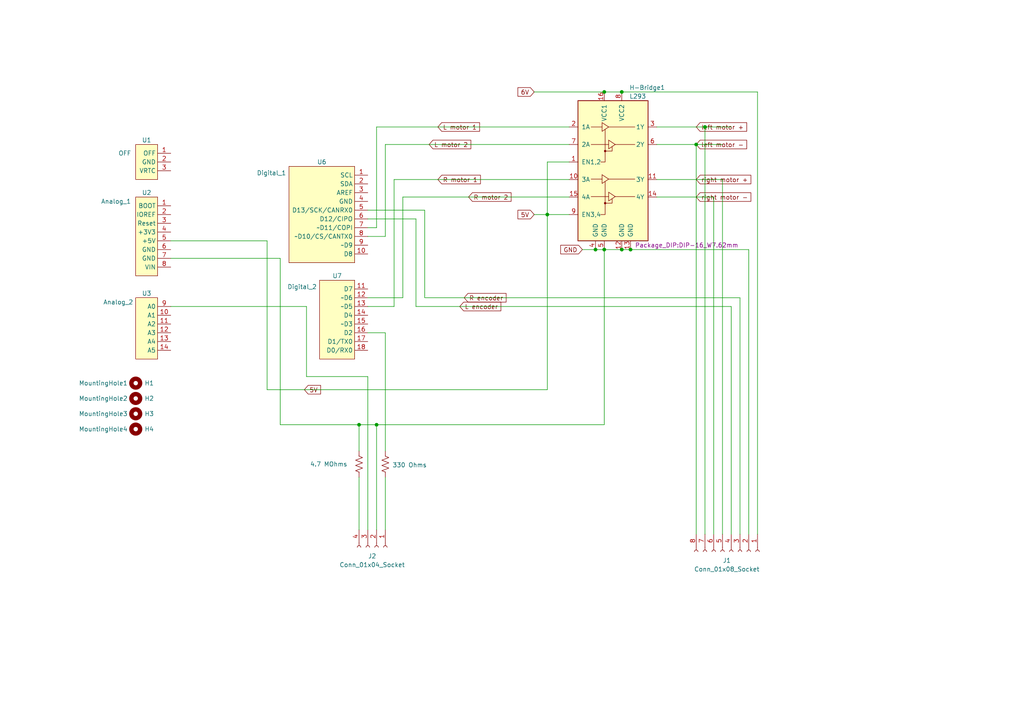
<source format=kicad_sch>
(kicad_sch
	(version 20231120)
	(generator "eeschema")
	(generator_version "8.0")
	(uuid "4deaa014-311e-404e-963e-ca894f6a7656")
	(paper "A4")
	(title_block
		(title "Arduino UNO R4 Shield Template SCH")
		(date "2023-07-13")
		(rev "1.0")
		(company "MStackoverflow")
	)
	(lib_symbols
		(symbol "Connector:Conn_01x04_Socket"
			(pin_names
				(offset 1.016) hide)
			(exclude_from_sim no)
			(in_bom yes)
			(on_board yes)
			(property "Reference" "J"
				(at 0 5.08 0)
				(effects
					(font
						(size 1.27 1.27)
					)
				)
			)
			(property "Value" "Conn_01x04_Socket"
				(at 0 -7.62 0)
				(effects
					(font
						(size 1.27 1.27)
					)
				)
			)
			(property "Footprint" ""
				(at 0 0 0)
				(effects
					(font
						(size 1.27 1.27)
					)
					(hide yes)
				)
			)
			(property "Datasheet" "~"
				(at 0 0 0)
				(effects
					(font
						(size 1.27 1.27)
					)
					(hide yes)
				)
			)
			(property "Description" "Generic connector, single row, 01x04, script generated"
				(at 0 0 0)
				(effects
					(font
						(size 1.27 1.27)
					)
					(hide yes)
				)
			)
			(property "ki_locked" ""
				(at 0 0 0)
				(effects
					(font
						(size 1.27 1.27)
					)
				)
			)
			(property "ki_keywords" "connector"
				(at 0 0 0)
				(effects
					(font
						(size 1.27 1.27)
					)
					(hide yes)
				)
			)
			(property "ki_fp_filters" "Connector*:*_1x??_*"
				(at 0 0 0)
				(effects
					(font
						(size 1.27 1.27)
					)
					(hide yes)
				)
			)
			(symbol "Conn_01x04_Socket_1_1"
				(arc
					(start 0 -4.572)
					(mid -0.5058 -5.08)
					(end 0 -5.588)
					(stroke
						(width 0.1524)
						(type default)
					)
					(fill
						(type none)
					)
				)
				(arc
					(start 0 -2.032)
					(mid -0.5058 -2.54)
					(end 0 -3.048)
					(stroke
						(width 0.1524)
						(type default)
					)
					(fill
						(type none)
					)
				)
				(polyline
					(pts
						(xy -1.27 -5.08) (xy -0.508 -5.08)
					)
					(stroke
						(width 0.1524)
						(type default)
					)
					(fill
						(type none)
					)
				)
				(polyline
					(pts
						(xy -1.27 -2.54) (xy -0.508 -2.54)
					)
					(stroke
						(width 0.1524)
						(type default)
					)
					(fill
						(type none)
					)
				)
				(polyline
					(pts
						(xy -1.27 0) (xy -0.508 0)
					)
					(stroke
						(width 0.1524)
						(type default)
					)
					(fill
						(type none)
					)
				)
				(polyline
					(pts
						(xy -1.27 2.54) (xy -0.508 2.54)
					)
					(stroke
						(width 0.1524)
						(type default)
					)
					(fill
						(type none)
					)
				)
				(arc
					(start 0 0.508)
					(mid -0.5058 0)
					(end 0 -0.508)
					(stroke
						(width 0.1524)
						(type default)
					)
					(fill
						(type none)
					)
				)
				(arc
					(start 0 3.048)
					(mid -0.5058 2.54)
					(end 0 2.032)
					(stroke
						(width 0.1524)
						(type default)
					)
					(fill
						(type none)
					)
				)
				(pin passive line
					(at -5.08 2.54 0)
					(length 3.81)
					(name "Pin_1"
						(effects
							(font
								(size 1.27 1.27)
							)
						)
					)
					(number "1"
						(effects
							(font
								(size 1.27 1.27)
							)
						)
					)
				)
				(pin passive line
					(at -5.08 0 0)
					(length 3.81)
					(name "Pin_2"
						(effects
							(font
								(size 1.27 1.27)
							)
						)
					)
					(number "2"
						(effects
							(font
								(size 1.27 1.27)
							)
						)
					)
				)
				(pin passive line
					(at -5.08 -2.54 0)
					(length 3.81)
					(name "Pin_3"
						(effects
							(font
								(size 1.27 1.27)
							)
						)
					)
					(number "3"
						(effects
							(font
								(size 1.27 1.27)
							)
						)
					)
				)
				(pin passive line
					(at -5.08 -5.08 0)
					(length 3.81)
					(name "Pin_4"
						(effects
							(font
								(size 1.27 1.27)
							)
						)
					)
					(number "4"
						(effects
							(font
								(size 1.27 1.27)
							)
						)
					)
				)
			)
		)
		(symbol "Connector:Conn_01x08_Socket"
			(pin_names
				(offset 1.016) hide)
			(exclude_from_sim no)
			(in_bom yes)
			(on_board yes)
			(property "Reference" "J"
				(at 0 10.16 0)
				(effects
					(font
						(size 1.27 1.27)
					)
				)
			)
			(property "Value" "Conn_01x08_Socket"
				(at 0 -12.7 0)
				(effects
					(font
						(size 1.27 1.27)
					)
				)
			)
			(property "Footprint" ""
				(at 0 0 0)
				(effects
					(font
						(size 1.27 1.27)
					)
					(hide yes)
				)
			)
			(property "Datasheet" "~"
				(at 0 0 0)
				(effects
					(font
						(size 1.27 1.27)
					)
					(hide yes)
				)
			)
			(property "Description" "Generic connector, single row, 01x08, script generated"
				(at 0 0 0)
				(effects
					(font
						(size 1.27 1.27)
					)
					(hide yes)
				)
			)
			(property "ki_locked" ""
				(at 0 0 0)
				(effects
					(font
						(size 1.27 1.27)
					)
				)
			)
			(property "ki_keywords" "connector"
				(at 0 0 0)
				(effects
					(font
						(size 1.27 1.27)
					)
					(hide yes)
				)
			)
			(property "ki_fp_filters" "Connector*:*_1x??_*"
				(at 0 0 0)
				(effects
					(font
						(size 1.27 1.27)
					)
					(hide yes)
				)
			)
			(symbol "Conn_01x08_Socket_1_1"
				(arc
					(start 0 -9.652)
					(mid -0.5058 -10.16)
					(end 0 -10.668)
					(stroke
						(width 0.1524)
						(type default)
					)
					(fill
						(type none)
					)
				)
				(arc
					(start 0 -7.112)
					(mid -0.5058 -7.62)
					(end 0 -8.128)
					(stroke
						(width 0.1524)
						(type default)
					)
					(fill
						(type none)
					)
				)
				(arc
					(start 0 -4.572)
					(mid -0.5058 -5.08)
					(end 0 -5.588)
					(stroke
						(width 0.1524)
						(type default)
					)
					(fill
						(type none)
					)
				)
				(arc
					(start 0 -2.032)
					(mid -0.5058 -2.54)
					(end 0 -3.048)
					(stroke
						(width 0.1524)
						(type default)
					)
					(fill
						(type none)
					)
				)
				(polyline
					(pts
						(xy -1.27 -10.16) (xy -0.508 -10.16)
					)
					(stroke
						(width 0.1524)
						(type default)
					)
					(fill
						(type none)
					)
				)
				(polyline
					(pts
						(xy -1.27 -7.62) (xy -0.508 -7.62)
					)
					(stroke
						(width 0.1524)
						(type default)
					)
					(fill
						(type none)
					)
				)
				(polyline
					(pts
						(xy -1.27 -5.08) (xy -0.508 -5.08)
					)
					(stroke
						(width 0.1524)
						(type default)
					)
					(fill
						(type none)
					)
				)
				(polyline
					(pts
						(xy -1.27 -2.54) (xy -0.508 -2.54)
					)
					(stroke
						(width 0.1524)
						(type default)
					)
					(fill
						(type none)
					)
				)
				(polyline
					(pts
						(xy -1.27 0) (xy -0.508 0)
					)
					(stroke
						(width 0.1524)
						(type default)
					)
					(fill
						(type none)
					)
				)
				(polyline
					(pts
						(xy -1.27 2.54) (xy -0.508 2.54)
					)
					(stroke
						(width 0.1524)
						(type default)
					)
					(fill
						(type none)
					)
				)
				(polyline
					(pts
						(xy -1.27 5.08) (xy -0.508 5.08)
					)
					(stroke
						(width 0.1524)
						(type default)
					)
					(fill
						(type none)
					)
				)
				(polyline
					(pts
						(xy -1.27 7.62) (xy -0.508 7.62)
					)
					(stroke
						(width 0.1524)
						(type default)
					)
					(fill
						(type none)
					)
				)
				(arc
					(start 0 0.508)
					(mid -0.5058 0)
					(end 0 -0.508)
					(stroke
						(width 0.1524)
						(type default)
					)
					(fill
						(type none)
					)
				)
				(arc
					(start 0 3.048)
					(mid -0.5058 2.54)
					(end 0 2.032)
					(stroke
						(width 0.1524)
						(type default)
					)
					(fill
						(type none)
					)
				)
				(arc
					(start 0 5.588)
					(mid -0.5058 5.08)
					(end 0 4.572)
					(stroke
						(width 0.1524)
						(type default)
					)
					(fill
						(type none)
					)
				)
				(arc
					(start 0 8.128)
					(mid -0.5058 7.62)
					(end 0 7.112)
					(stroke
						(width 0.1524)
						(type default)
					)
					(fill
						(type none)
					)
				)
				(pin passive line
					(at -5.08 7.62 0)
					(length 3.81)
					(name "Pin_1"
						(effects
							(font
								(size 1.27 1.27)
							)
						)
					)
					(number "1"
						(effects
							(font
								(size 1.27 1.27)
							)
						)
					)
				)
				(pin passive line
					(at -5.08 5.08 0)
					(length 3.81)
					(name "Pin_2"
						(effects
							(font
								(size 1.27 1.27)
							)
						)
					)
					(number "2"
						(effects
							(font
								(size 1.27 1.27)
							)
						)
					)
				)
				(pin passive line
					(at -5.08 2.54 0)
					(length 3.81)
					(name "Pin_3"
						(effects
							(font
								(size 1.27 1.27)
							)
						)
					)
					(number "3"
						(effects
							(font
								(size 1.27 1.27)
							)
						)
					)
				)
				(pin passive line
					(at -5.08 0 0)
					(length 3.81)
					(name "Pin_4"
						(effects
							(font
								(size 1.27 1.27)
							)
						)
					)
					(number "4"
						(effects
							(font
								(size 1.27 1.27)
							)
						)
					)
				)
				(pin passive line
					(at -5.08 -2.54 0)
					(length 3.81)
					(name "Pin_5"
						(effects
							(font
								(size 1.27 1.27)
							)
						)
					)
					(number "5"
						(effects
							(font
								(size 1.27 1.27)
							)
						)
					)
				)
				(pin passive line
					(at -5.08 -5.08 0)
					(length 3.81)
					(name "Pin_6"
						(effects
							(font
								(size 1.27 1.27)
							)
						)
					)
					(number "6"
						(effects
							(font
								(size 1.27 1.27)
							)
						)
					)
				)
				(pin passive line
					(at -5.08 -7.62 0)
					(length 3.81)
					(name "Pin_7"
						(effects
							(font
								(size 1.27 1.27)
							)
						)
					)
					(number "7"
						(effects
							(font
								(size 1.27 1.27)
							)
						)
					)
				)
				(pin passive line
					(at -5.08 -10.16 0)
					(length 3.81)
					(name "Pin_8"
						(effects
							(font
								(size 1.27 1.27)
							)
						)
					)
					(number "8"
						(effects
							(font
								(size 1.27 1.27)
							)
						)
					)
				)
			)
		)
		(symbol "Connector_Arduino:Arduino_Header_Analog_1"
			(exclude_from_sim no)
			(in_bom yes)
			(on_board yes)
			(property "Reference" "U"
				(at -5.08 6.35 0)
				(effects
					(font
						(size 1.27 1.27)
					)
				)
			)
			(property "Value" "Arduino_Header_Analog_1"
				(at -2.54 8.89 0)
				(effects
					(font
						(size 1.27 1.27)
					)
				)
			)
			(property "Footprint" "ArduinoPinSockets:Arduino_PinSocket_1x08_P2.54mm_Vertical"
				(at 0 12.7 0)
				(effects
					(font
						(size 1.27 1.27)
					)
					(hide yes)
				)
			)
			(property "Datasheet" ""
				(at 0 0 0)
				(effects
					(font
						(size 1.27 1.27)
					)
					(hide yes)
				)
			)
			(property "Description" ""
				(at 0 0 0)
				(effects
					(font
						(size 1.27 1.27)
					)
					(hide yes)
				)
			)
			(symbol "Arduino_Header_Analog_1_0_1"
				(rectangle
					(start -6.35 5.08)
					(end 0 -17.78)
					(stroke
						(width 0)
						(type default)
					)
					(fill
						(type background)
					)
				)
			)
			(symbol "Arduino_Header_Analog_1_1_1"
				(pin input line
					(at 3.81 2.54 180)
					(length 3.81)
					(name "BOOT"
						(effects
							(font
								(size 1.27 1.27)
							)
						)
					)
					(number "1"
						(effects
							(font
								(size 1.27 1.27)
							)
						)
					)
				)
				(pin power_out line
					(at 3.81 0 180)
					(length 3.81)
					(name "IOREF"
						(effects
							(font
								(size 1.27 1.27)
							)
						)
					)
					(number "2"
						(effects
							(font
								(size 1.27 1.27)
							)
						)
					)
				)
				(pin input line
					(at 3.81 -2.54 180)
					(length 3.81)
					(name "Reset"
						(effects
							(font
								(size 1.27 1.27)
							)
						)
					)
					(number "3"
						(effects
							(font
								(size 1.27 1.27)
							)
						)
					)
				)
				(pin power_out line
					(at 3.81 -5.08 180)
					(length 3.81)
					(name "+3V3"
						(effects
							(font
								(size 1.27 1.27)
							)
						)
					)
					(number "4"
						(effects
							(font
								(size 1.27 1.27)
							)
						)
					)
				)
				(pin power_out line
					(at 3.81 -7.62 180)
					(length 3.81)
					(name "+5V"
						(effects
							(font
								(size 1.27 1.27)
							)
						)
					)
					(number "5"
						(effects
							(font
								(size 1.27 1.27)
							)
						)
					)
				)
				(pin power_out line
					(at 3.81 -10.16 180)
					(length 3.81)
					(name "GND"
						(effects
							(font
								(size 1.27 1.27)
							)
						)
					)
					(number "6"
						(effects
							(font
								(size 1.27 1.27)
							)
						)
					)
				)
				(pin power_out line
					(at 3.81 -12.7 180)
					(length 3.81)
					(name "GND"
						(effects
							(font
								(size 1.27 1.27)
							)
						)
					)
					(number "7"
						(effects
							(font
								(size 1.27 1.27)
							)
						)
					)
				)
				(pin power_out line
					(at 3.81 -15.24 180)
					(length 3.81)
					(name "VIN"
						(effects
							(font
								(size 1.27 1.27)
							)
						)
					)
					(number "8"
						(effects
							(font
								(size 1.27 1.27)
							)
						)
					)
				)
			)
		)
		(symbol "Connector_Arduino:Arduino_Header_Analog_2"
			(exclude_from_sim no)
			(in_bom yes)
			(on_board yes)
			(property "Reference" "U"
				(at -5.08 6.35 0)
				(effects
					(font
						(size 1.27 1.27)
					)
				)
			)
			(property "Value" "Arduino_Header_Analog_2"
				(at -2.54 8.89 0)
				(effects
					(font
						(size 1.27 1.27)
					)
				)
			)
			(property "Footprint" "ArduinoPinSockets:Arduino_PinSocket_1x06_P2.54mm_Vertical"
				(at 0 12.7 0)
				(effects
					(font
						(size 1.27 1.27)
					)
					(hide yes)
				)
			)
			(property "Datasheet" ""
				(at 0 0 0)
				(effects
					(font
						(size 1.27 1.27)
					)
					(hide yes)
				)
			)
			(property "Description" ""
				(at 0 0 0)
				(effects
					(font
						(size 1.27 1.27)
					)
					(hide yes)
				)
			)
			(symbol "Arduino_Header_Analog_2_0_1"
				(rectangle
					(start -6.35 5.08)
					(end 0 -12.7)
					(stroke
						(width 0)
						(type default)
					)
					(fill
						(type background)
					)
				)
			)
			(symbol "Arduino_Header_Analog_2_1_1"
				(pin bidirectional line
					(at 3.81 0 180)
					(length 3.81)
					(name "A1"
						(effects
							(font
								(size 1.27 1.27)
							)
						)
					)
					(number "10"
						(effects
							(font
								(size 1.27 1.27)
							)
						)
					)
				)
				(pin bidirectional line
					(at 3.81 -2.54 180)
					(length 3.81)
					(name "A2"
						(effects
							(font
								(size 1.27 1.27)
							)
						)
					)
					(number "11"
						(effects
							(font
								(size 1.27 1.27)
							)
						)
					)
				)
				(pin bidirectional line
					(at 3.81 -5.08 180)
					(length 3.81)
					(name "A3"
						(effects
							(font
								(size 1.27 1.27)
							)
						)
					)
					(number "12"
						(effects
							(font
								(size 1.27 1.27)
							)
						)
					)
				)
				(pin bidirectional line
					(at 3.81 -7.62 180)
					(length 3.81)
					(name "A4"
						(effects
							(font
								(size 1.27 1.27)
							)
						)
					)
					(number "13"
						(effects
							(font
								(size 1.27 1.27)
							)
						)
					)
				)
				(pin bidirectional line
					(at 3.81 -10.16 180)
					(length 3.81)
					(name "A5"
						(effects
							(font
								(size 1.27 1.27)
							)
						)
					)
					(number "14"
						(effects
							(font
								(size 1.27 1.27)
							)
						)
					)
				)
				(pin bidirectional line
					(at 3.81 2.54 180)
					(length 3.81)
					(name "A0"
						(effects
							(font
								(size 1.27 1.27)
							)
						)
					)
					(number "9"
						(effects
							(font
								(size 1.27 1.27)
							)
						)
					)
				)
			)
		)
		(symbol "Connector_Arduino:Arduino_Header_Digital_1"
			(exclude_from_sim no)
			(in_bom yes)
			(on_board yes)
			(property "Reference" "U"
				(at -5.08 6.35 0)
				(effects
					(font
						(size 1.27 1.27)
					)
				)
			)
			(property "Value" "Arduino_Header_Digital_1"
				(at -2.54 8.89 0)
				(effects
					(font
						(size 1.27 1.27)
					)
				)
			)
			(property "Footprint" "ArduinoPinSockets:Arduino_PinSocket_1x10_P2.54mm_Vertical"
				(at 0 12.7 0)
				(effects
					(font
						(size 1.27 1.27)
					)
					(hide yes)
				)
			)
			(property "Datasheet" ""
				(at 0 0 0)
				(effects
					(font
						(size 1.27 1.27)
					)
					(hide yes)
				)
			)
			(property "Description" ""
				(at 0 0 0)
				(effects
					(font
						(size 1.27 1.27)
					)
					(hide yes)
				)
			)
			(symbol "Arduino_Header_Digital_1_0_1"
				(rectangle
					(start -19.05 5.08)
					(end 0 -22.86)
					(stroke
						(width 0)
						(type default)
					)
					(fill
						(type background)
					)
				)
			)
			(symbol "Arduino_Header_Digital_1_1_1"
				(pin bidirectional line
					(at 3.81 2.54 180)
					(length 3.81)
					(name "SCL"
						(effects
							(font
								(size 1.27 1.27)
							)
						)
					)
					(number "1"
						(effects
							(font
								(size 1.27 1.27)
							)
						)
					)
				)
				(pin bidirectional line
					(at 3.81 -20.32 180)
					(length 3.81)
					(name "D8"
						(effects
							(font
								(size 1.27 1.27)
							)
						)
					)
					(number "10"
						(effects
							(font
								(size 1.27 1.27)
							)
						)
					)
				)
				(pin bidirectional line
					(at 3.81 0 180)
					(length 3.81)
					(name "SDA"
						(effects
							(font
								(size 1.27 1.27)
							)
						)
					)
					(number "2"
						(effects
							(font
								(size 1.27 1.27)
							)
						)
					)
				)
				(pin output line
					(at 3.81 -2.54 180)
					(length 3.81)
					(name "AREF"
						(effects
							(font
								(size 1.27 1.27)
							)
						)
					)
					(number "3"
						(effects
							(font
								(size 1.27 1.27)
							)
						)
					)
				)
				(pin power_out line
					(at 3.81 -5.08 180)
					(length 3.81)
					(name "GND"
						(effects
							(font
								(size 1.27 1.27)
							)
						)
					)
					(number "4"
						(effects
							(font
								(size 1.27 1.27)
							)
						)
					)
				)
				(pin bidirectional line
					(at 3.81 -7.62 180)
					(length 3.81)
					(name "D13/SCK/CANRX0"
						(effects
							(font
								(size 1.27 1.27)
							)
						)
					)
					(number "5"
						(effects
							(font
								(size 1.27 1.27)
							)
						)
					)
				)
				(pin bidirectional line
					(at 3.81 -10.16 180)
					(length 3.81)
					(name "D12/CIPO"
						(effects
							(font
								(size 1.27 1.27)
							)
						)
					)
					(number "6"
						(effects
							(font
								(size 1.27 1.27)
							)
						)
					)
				)
				(pin bidirectional line
					(at 3.81 -12.7 180)
					(length 3.81)
					(name "~D11/COPI"
						(effects
							(font
								(size 1.27 1.27)
							)
						)
					)
					(number "7"
						(effects
							(font
								(size 1.27 1.27)
							)
						)
					)
				)
				(pin bidirectional line
					(at 3.81 -15.24 180)
					(length 3.81)
					(name "~D10/CS/CANTX0"
						(effects
							(font
								(size 1.27 1.27)
							)
						)
					)
					(number "8"
						(effects
							(font
								(size 1.27 1.27)
							)
						)
					)
				)
				(pin bidirectional line
					(at 3.81 -17.78 180)
					(length 3.81)
					(name "~D9"
						(effects
							(font
								(size 1.27 1.27)
							)
						)
					)
					(number "9"
						(effects
							(font
								(size 1.27 1.27)
							)
						)
					)
				)
			)
		)
		(symbol "Connector_Arduino:Arduino_Header_Digital_2"
			(exclude_from_sim no)
			(in_bom yes)
			(on_board yes)
			(property "Reference" "U"
				(at -5.08 6.35 0)
				(effects
					(font
						(size 1.27 1.27)
					)
				)
			)
			(property "Value" "Arduino_Header_Digital_2"
				(at -2.54 8.89 0)
				(effects
					(font
						(size 1.27 1.27)
					)
				)
			)
			(property "Footprint" "ArduinoPinSockets:Arduino_PinSocket_1x08_P2.54mm_Vertical"
				(at -1.27 12.7 0)
				(effects
					(font
						(size 1.27 1.27)
					)
					(hide yes)
				)
			)
			(property "Datasheet" ""
				(at 0 0 0)
				(effects
					(font
						(size 1.27 1.27)
					)
					(hide yes)
				)
			)
			(property "Description" ""
				(at 0 0 0)
				(effects
					(font
						(size 1.27 1.27)
					)
					(hide yes)
				)
			)
			(symbol "Arduino_Header_Digital_2_0_1"
				(rectangle
					(start -10.16 5.08)
					(end 0 -17.78)
					(stroke
						(width 0)
						(type default)
					)
					(fill
						(type background)
					)
				)
			)
			(symbol "Arduino_Header_Digital_2_1_1"
				(pin bidirectional line
					(at 3.81 2.54 180)
					(length 3.81)
					(name "D7"
						(effects
							(font
								(size 1.27 1.27)
							)
						)
					)
					(number "11"
						(effects
							(font
								(size 1.27 1.27)
							)
						)
					)
				)
				(pin bidirectional line
					(at 3.81 0 180)
					(length 3.81)
					(name "~D6"
						(effects
							(font
								(size 1.27 1.27)
							)
						)
					)
					(number "12"
						(effects
							(font
								(size 1.27 1.27)
							)
						)
					)
				)
				(pin bidirectional line
					(at 3.81 -2.54 180)
					(length 3.81)
					(name "~D5"
						(effects
							(font
								(size 1.27 1.27)
							)
						)
					)
					(number "13"
						(effects
							(font
								(size 1.27 1.27)
							)
						)
					)
				)
				(pin bidirectional line
					(at 3.81 -5.08 180)
					(length 3.81)
					(name "D4"
						(effects
							(font
								(size 1.27 1.27)
							)
						)
					)
					(number "14"
						(effects
							(font
								(size 1.27 1.27)
							)
						)
					)
				)
				(pin bidirectional line
					(at 3.81 -7.62 180)
					(length 3.81)
					(name "~D3"
						(effects
							(font
								(size 1.27 1.27)
							)
						)
					)
					(number "15"
						(effects
							(font
								(size 1.27 1.27)
							)
						)
					)
				)
				(pin bidirectional line
					(at 3.81 -10.16 180)
					(length 3.81)
					(name "D2"
						(effects
							(font
								(size 1.27 1.27)
							)
						)
					)
					(number "16"
						(effects
							(font
								(size 1.27 1.27)
							)
						)
					)
				)
				(pin bidirectional line
					(at 3.81 -12.7 180)
					(length 3.81)
					(name "D1/TX0"
						(effects
							(font
								(size 1.27 1.27)
							)
						)
					)
					(number "17"
						(effects
							(font
								(size 1.27 1.27)
							)
						)
					)
				)
				(pin bidirectional line
					(at 3.81 -15.24 180)
					(length 3.81)
					(name "D0/RX0"
						(effects
							(font
								(size 1.27 1.27)
							)
						)
					)
					(number "18"
						(effects
							(font
								(size 1.27 1.27)
							)
						)
					)
				)
			)
		)
		(symbol "Connector_Arduino:Arduino_Header_OFF"
			(exclude_from_sim no)
			(in_bom yes)
			(on_board yes)
			(property "Reference" "U"
				(at -5.08 6.35 0)
				(effects
					(font
						(size 1.27 1.27)
					)
				)
			)
			(property "Value" "Arduino_Header_OFF"
				(at -2.54 8.89 0)
				(effects
					(font
						(size 1.27 1.27)
					)
				)
			)
			(property "Footprint" "ArduinoPinSockets:Arduino_PinSocket_1x03_P2.54mm_Vertical"
				(at 0 12.7 0)
				(effects
					(font
						(size 1.27 1.27)
					)
					(hide yes)
				)
			)
			(property "Datasheet" ""
				(at 0 0 0)
				(effects
					(font
						(size 1.27 1.27)
					)
					(hide yes)
				)
			)
			(property "Description" ""
				(at 0 0 0)
				(effects
					(font
						(size 1.27 1.27)
					)
					(hide yes)
				)
			)
			(symbol "Arduino_Header_OFF_0_1"
				(rectangle
					(start -6.35 5.08)
					(end 0 -5.08)
					(stroke
						(width 0)
						(type default)
					)
					(fill
						(type background)
					)
				)
			)
			(symbol "Arduino_Header_OFF_1_1"
				(pin input line
					(at 3.81 2.54 180)
					(length 3.81)
					(name "OFF"
						(effects
							(font
								(size 1.27 1.27)
							)
						)
					)
					(number "1"
						(effects
							(font
								(size 1.27 1.27)
							)
						)
					)
				)
				(pin power_out line
					(at 3.81 0 180)
					(length 3.81)
					(name "GND"
						(effects
							(font
								(size 1.27 1.27)
							)
						)
					)
					(number "2"
						(effects
							(font
								(size 1.27 1.27)
							)
						)
					)
				)
				(pin power_in line
					(at 3.81 -2.54 180)
					(length 3.81)
					(name "VRTC"
						(effects
							(font
								(size 1.27 1.27)
							)
						)
					)
					(number "3"
						(effects
							(font
								(size 1.27 1.27)
							)
						)
					)
				)
			)
		)
		(symbol "Device:R_US"
			(pin_numbers hide)
			(pin_names
				(offset 0)
			)
			(exclude_from_sim no)
			(in_bom yes)
			(on_board yes)
			(property "Reference" "R"
				(at 2.54 0 90)
				(effects
					(font
						(size 1.27 1.27)
					)
				)
			)
			(property "Value" "R_US"
				(at -2.54 0 90)
				(effects
					(font
						(size 1.27 1.27)
					)
				)
			)
			(property "Footprint" ""
				(at 1.016 -0.254 90)
				(effects
					(font
						(size 1.27 1.27)
					)
					(hide yes)
				)
			)
			(property "Datasheet" "~"
				(at 0 0 0)
				(effects
					(font
						(size 1.27 1.27)
					)
					(hide yes)
				)
			)
			(property "Description" "Resistor, US symbol"
				(at 0 0 0)
				(effects
					(font
						(size 1.27 1.27)
					)
					(hide yes)
				)
			)
			(property "ki_keywords" "R res resistor"
				(at 0 0 0)
				(effects
					(font
						(size 1.27 1.27)
					)
					(hide yes)
				)
			)
			(property "ki_fp_filters" "R_*"
				(at 0 0 0)
				(effects
					(font
						(size 1.27 1.27)
					)
					(hide yes)
				)
			)
			(symbol "R_US_0_1"
				(polyline
					(pts
						(xy 0 -2.286) (xy 0 -2.54)
					)
					(stroke
						(width 0)
						(type default)
					)
					(fill
						(type none)
					)
				)
				(polyline
					(pts
						(xy 0 2.286) (xy 0 2.54)
					)
					(stroke
						(width 0)
						(type default)
					)
					(fill
						(type none)
					)
				)
				(polyline
					(pts
						(xy 0 -0.762) (xy 1.016 -1.143) (xy 0 -1.524) (xy -1.016 -1.905) (xy 0 -2.286)
					)
					(stroke
						(width 0)
						(type default)
					)
					(fill
						(type none)
					)
				)
				(polyline
					(pts
						(xy 0 0.762) (xy 1.016 0.381) (xy 0 0) (xy -1.016 -0.381) (xy 0 -0.762)
					)
					(stroke
						(width 0)
						(type default)
					)
					(fill
						(type none)
					)
				)
				(polyline
					(pts
						(xy 0 2.286) (xy 1.016 1.905) (xy 0 1.524) (xy -1.016 1.143) (xy 0 0.762)
					)
					(stroke
						(width 0)
						(type default)
					)
					(fill
						(type none)
					)
				)
			)
			(symbol "R_US_1_1"
				(pin passive line
					(at 0 3.81 270)
					(length 1.27)
					(name "~"
						(effects
							(font
								(size 1.27 1.27)
							)
						)
					)
					(number "1"
						(effects
							(font
								(size 1.27 1.27)
							)
						)
					)
				)
				(pin passive line
					(at 0 -3.81 90)
					(length 1.27)
					(name "~"
						(effects
							(font
								(size 1.27 1.27)
							)
						)
					)
					(number "2"
						(effects
							(font
								(size 1.27 1.27)
							)
						)
					)
				)
			)
		)
		(symbol "Driver_Motor:L293"
			(pin_names
				(offset 1.016)
			)
			(exclude_from_sim no)
			(in_bom yes)
			(on_board yes)
			(property "Reference" "U"
				(at -5.08 26.035 0)
				(effects
					(font
						(size 1.27 1.27)
					)
					(justify right)
				)
			)
			(property "Value" "L293"
				(at -5.08 24.13 0)
				(effects
					(font
						(size 1.27 1.27)
					)
					(justify right)
				)
			)
			(property "Footprint" "Package_DIP:DIP-16_W7.62mm"
				(at 6.35 -19.05 0)
				(effects
					(font
						(size 1.27 1.27)
					)
					(justify left)
					(hide yes)
				)
			)
			(property "Datasheet" "http://www.ti.com/lit/ds/symlink/l293.pdf"
				(at -7.62 17.78 0)
				(effects
					(font
						(size 1.27 1.27)
					)
					(hide yes)
				)
			)
			(property "Description" "Quadruple Half-H Drivers"
				(at 0 0 0)
				(effects
					(font
						(size 1.27 1.27)
					)
					(hide yes)
				)
			)
			(property "ki_keywords" "Half-H Driver Motor"
				(at 0 0 0)
				(effects
					(font
						(size 1.27 1.27)
					)
					(hide yes)
				)
			)
			(property "ki_fp_filters" "DIP*W7.62mm*"
				(at 0 0 0)
				(effects
					(font
						(size 1.27 1.27)
					)
					(hide yes)
				)
			)
			(symbol "L293_0_1"
				(rectangle
					(start -10.16 22.86)
					(end 10.16 -17.78)
					(stroke
						(width 0.254)
						(type default)
					)
					(fill
						(type background)
					)
				)
				(circle
					(center -2.286 -6.858)
					(radius 0.254)
					(stroke
						(width 0)
						(type default)
					)
					(fill
						(type outline)
					)
				)
				(circle
					(center -2.286 8.255)
					(radius 0.254)
					(stroke
						(width 0)
						(type default)
					)
					(fill
						(type outline)
					)
				)
				(polyline
					(pts
						(xy -6.35 -4.953) (xy -1.27 -4.953)
					)
					(stroke
						(width 0)
						(type default)
					)
					(fill
						(type none)
					)
				)
				(polyline
					(pts
						(xy -6.35 0.127) (xy -3.175 0.127)
					)
					(stroke
						(width 0)
						(type default)
					)
					(fill
						(type none)
					)
				)
				(polyline
					(pts
						(xy -6.35 10.16) (xy -1.27 10.16)
					)
					(stroke
						(width 0)
						(type default)
					)
					(fill
						(type none)
					)
				)
				(polyline
					(pts
						(xy -6.35 15.24) (xy -3.175 15.24)
					)
					(stroke
						(width 0)
						(type default)
					)
					(fill
						(type none)
					)
				)
				(polyline
					(pts
						(xy -1.27 0.127) (xy 6.35 0.127)
					)
					(stroke
						(width 0)
						(type default)
					)
					(fill
						(type none)
					)
				)
				(polyline
					(pts
						(xy -1.27 15.24) (xy 6.35 15.24)
					)
					(stroke
						(width 0)
						(type default)
					)
					(fill
						(type none)
					)
				)
				(polyline
					(pts
						(xy 0.635 -4.953) (xy 6.35 -4.953)
					)
					(stroke
						(width 0)
						(type default)
					)
					(fill
						(type none)
					)
				)
				(polyline
					(pts
						(xy 0.635 10.16) (xy 6.35 10.16)
					)
					(stroke
						(width 0)
						(type default)
					)
					(fill
						(type none)
					)
				)
				(polyline
					(pts
						(xy -2.286 -6.858) (xy -0.254 -6.858) (xy -0.254 -5.588)
					)
					(stroke
						(width 0)
						(type default)
					)
					(fill
						(type none)
					)
				)
				(polyline
					(pts
						(xy -2.286 -0.635) (xy -2.286 -10.16) (xy -3.556 -10.16)
					)
					(stroke
						(width 0)
						(type default)
					)
					(fill
						(type none)
					)
				)
				(polyline
					(pts
						(xy -2.286 8.255) (xy -0.254 8.255) (xy -0.254 9.525)
					)
					(stroke
						(width 0)
						(type default)
					)
					(fill
						(type none)
					)
				)
				(polyline
					(pts
						(xy -2.286 14.478) (xy -2.286 5.08) (xy -3.556 5.08)
					)
					(stroke
						(width 0)
						(type default)
					)
					(fill
						(type none)
					)
				)
				(polyline
					(pts
						(xy -3.175 1.397) (xy -3.175 -1.143) (xy -1.27 0.127) (xy -3.175 1.397)
					)
					(stroke
						(width 0)
						(type default)
					)
					(fill
						(type none)
					)
				)
				(polyline
					(pts
						(xy -3.175 16.51) (xy -3.175 13.97) (xy -1.27 15.24) (xy -3.175 16.51)
					)
					(stroke
						(width 0)
						(type default)
					)
					(fill
						(type none)
					)
				)
				(polyline
					(pts
						(xy -1.27 -3.683) (xy -1.27 -6.223) (xy 0.635 -4.953) (xy -1.27 -3.683)
					)
					(stroke
						(width 0)
						(type default)
					)
					(fill
						(type none)
					)
				)
				(polyline
					(pts
						(xy -1.27 11.43) (xy -1.27 8.89) (xy 0.635 10.16) (xy -1.27 11.43)
					)
					(stroke
						(width 0)
						(type default)
					)
					(fill
						(type none)
					)
				)
			)
			(symbol "L293_1_1"
				(pin input line
					(at -12.7 5.08 0)
					(length 2.54)
					(name "EN1,2"
						(effects
							(font
								(size 1.27 1.27)
							)
						)
					)
					(number "1"
						(effects
							(font
								(size 1.27 1.27)
							)
						)
					)
				)
				(pin input line
					(at -12.7 0 0)
					(length 2.54)
					(name "3A"
						(effects
							(font
								(size 1.27 1.27)
							)
						)
					)
					(number "10"
						(effects
							(font
								(size 1.27 1.27)
							)
						)
					)
				)
				(pin output line
					(at 12.7 0 180)
					(length 2.54)
					(name "3Y"
						(effects
							(font
								(size 1.27 1.27)
							)
						)
					)
					(number "11"
						(effects
							(font
								(size 1.27 1.27)
							)
						)
					)
				)
				(pin power_in line
					(at 2.54 -20.32 90)
					(length 2.54)
					(name "GND"
						(effects
							(font
								(size 1.27 1.27)
							)
						)
					)
					(number "12"
						(effects
							(font
								(size 1.27 1.27)
							)
						)
					)
				)
				(pin power_in line
					(at 5.08 -20.32 90)
					(length 2.54)
					(name "GND"
						(effects
							(font
								(size 1.27 1.27)
							)
						)
					)
					(number "13"
						(effects
							(font
								(size 1.27 1.27)
							)
						)
					)
				)
				(pin output line
					(at 12.7 -5.08 180)
					(length 2.54)
					(name "4Y"
						(effects
							(font
								(size 1.27 1.27)
							)
						)
					)
					(number "14"
						(effects
							(font
								(size 1.27 1.27)
							)
						)
					)
				)
				(pin input line
					(at -12.7 -5.08 0)
					(length 2.54)
					(name "4A"
						(effects
							(font
								(size 1.27 1.27)
							)
						)
					)
					(number "15"
						(effects
							(font
								(size 1.27 1.27)
							)
						)
					)
				)
				(pin power_in line
					(at -2.54 25.4 270)
					(length 2.54)
					(name "VCC1"
						(effects
							(font
								(size 1.27 1.27)
							)
						)
					)
					(number "16"
						(effects
							(font
								(size 1.27 1.27)
							)
						)
					)
				)
				(pin input line
					(at -12.7 15.24 0)
					(length 2.54)
					(name "1A"
						(effects
							(font
								(size 1.27 1.27)
							)
						)
					)
					(number "2"
						(effects
							(font
								(size 1.27 1.27)
							)
						)
					)
				)
				(pin output line
					(at 12.7 15.24 180)
					(length 2.54)
					(name "1Y"
						(effects
							(font
								(size 1.27 1.27)
							)
						)
					)
					(number "3"
						(effects
							(font
								(size 1.27 1.27)
							)
						)
					)
				)
				(pin power_in line
					(at -5.08 -20.32 90)
					(length 2.54)
					(name "GND"
						(effects
							(font
								(size 1.27 1.27)
							)
						)
					)
					(number "4"
						(effects
							(font
								(size 1.27 1.27)
							)
						)
					)
				)
				(pin power_in line
					(at -2.54 -20.32 90)
					(length 2.54)
					(name "GND"
						(effects
							(font
								(size 1.27 1.27)
							)
						)
					)
					(number "5"
						(effects
							(font
								(size 1.27 1.27)
							)
						)
					)
				)
				(pin output line
					(at 12.7 10.16 180)
					(length 2.54)
					(name "2Y"
						(effects
							(font
								(size 1.27 1.27)
							)
						)
					)
					(number "6"
						(effects
							(font
								(size 1.27 1.27)
							)
						)
					)
				)
				(pin input line
					(at -12.7 10.16 0)
					(length 2.54)
					(name "2A"
						(effects
							(font
								(size 1.27 1.27)
							)
						)
					)
					(number "7"
						(effects
							(font
								(size 1.27 1.27)
							)
						)
					)
				)
				(pin power_in line
					(at 2.54 25.4 270)
					(length 2.54)
					(name "VCC2"
						(effects
							(font
								(size 1.27 1.27)
							)
						)
					)
					(number "8"
						(effects
							(font
								(size 1.27 1.27)
							)
						)
					)
				)
				(pin input line
					(at -12.7 -10.16 0)
					(length 2.54)
					(name "EN3,4"
						(effects
							(font
								(size 1.27 1.27)
							)
						)
					)
					(number "9"
						(effects
							(font
								(size 1.27 1.27)
							)
						)
					)
				)
			)
		)
		(symbol "Mechanical_Arduino:MountingHole_Arduino"
			(pin_names
				(offset 1.016)
			)
			(exclude_from_sim no)
			(in_bom yes)
			(on_board yes)
			(property "Reference" "H"
				(at 0 5.08 0)
				(effects
					(font
						(size 1.27 1.27)
					)
				)
			)
			(property "Value" "MountingHole_Arduino"
				(at 0 3.175 0)
				(effects
					(font
						(size 1.27 1.27)
					)
				)
			)
			(property "Footprint" ""
				(at 0 0 0)
				(effects
					(font
						(size 1.27 1.27)
					)
					(hide yes)
				)
			)
			(property "Datasheet" "~"
				(at 0 0 0)
				(effects
					(font
						(size 1.27 1.27)
					)
					(hide yes)
				)
			)
			(property "Description" "Mounting Hole without connection"
				(at 0 0 0)
				(effects
					(font
						(size 1.27 1.27)
					)
					(hide yes)
				)
			)
			(property "ki_keywords" "mounting hole"
				(at 0 0 0)
				(effects
					(font
						(size 1.27 1.27)
					)
					(hide yes)
				)
			)
			(property "ki_fp_filters" "MountingHole*"
				(at 0 0 0)
				(effects
					(font
						(size 1.27 1.27)
					)
					(hide yes)
				)
			)
			(symbol "MountingHole_Arduino_0_1"
				(circle
					(center 0 0)
					(radius 1.27)
					(stroke
						(width 1.27)
						(type default)
					)
					(fill
						(type none)
					)
				)
			)
		)
	)
	(junction
		(at 201.93 41.91)
		(diameter 0)
		(color 0 0 0 0)
		(uuid "05ec3901-609f-4956-b313-3d1abad33e6c")
	)
	(junction
		(at 158.75 62.23)
		(diameter 0)
		(color 0 0 0 0)
		(uuid "170a8e7f-6ab1-43be-bead-ef1558593e4f")
	)
	(junction
		(at 204.47 36.83)
		(diameter 0)
		(color 0 0 0 0)
		(uuid "2dc24bf8-2725-4f67-b826-e421034b280c")
	)
	(junction
		(at 180.34 26.67)
		(diameter 0)
		(color 0 0 0 0)
		(uuid "50832f8b-98da-40be-9ed4-57b10c97fd3b")
	)
	(junction
		(at 109.22 123.19)
		(diameter 0)
		(color 0 0 0 0)
		(uuid "67585ed3-fb02-47ac-9ec2-ea638c52e62b")
	)
	(junction
		(at 182.88 72.39)
		(diameter 0)
		(color 0 0 0 0)
		(uuid "73a1f23b-8d5f-4266-9ad4-49d6b2a1cefc")
	)
	(junction
		(at 104.14 123.19)
		(diameter 0)
		(color 0 0 0 0)
		(uuid "a151d22b-6169-4cc4-83b7-f6e88d72aa69")
	)
	(junction
		(at 175.26 26.67)
		(diameter 0)
		(color 0 0 0 0)
		(uuid "aa548ee6-f798-4dfd-892f-9690fcb1790f")
	)
	(junction
		(at 180.34 72.39)
		(diameter 0)
		(color 0 0 0 0)
		(uuid "b650dcc7-5991-4024-99f2-b19dc1516e24")
	)
	(junction
		(at 172.72 72.39)
		(diameter 0)
		(color 0 0 0 0)
		(uuid "c21de6b4-c2bf-484f-ac18-986ad76cf2ea")
	)
	(junction
		(at 175.26 72.39)
		(diameter 0)
		(color 0 0 0 0)
		(uuid "ef9a9dfc-0de3-49e1-ab6a-dfc530cccd1f")
	)
	(wire
		(pts
			(xy 172.72 72.39) (xy 175.26 72.39)
		)
		(stroke
			(width 0)
			(type default)
		)
		(uuid "02cc2ea9-8b3f-4c1f-8bbb-b72a14fc7489")
	)
	(wire
		(pts
			(xy 123.19 86.36) (xy 214.63 86.36)
		)
		(stroke
			(width 0)
			(type default)
		)
		(uuid "09d0e1ca-fb37-4748-844a-aa57edfde8f1")
	)
	(wire
		(pts
			(xy 111.76 41.91) (xy 165.1 41.91)
		)
		(stroke
			(width 0)
			(type default)
		)
		(uuid "09f099ed-0fe5-4e16-bf65-7361a86df214")
	)
	(wire
		(pts
			(xy 81.28 74.93) (xy 81.28 123.19)
		)
		(stroke
			(width 0)
			(type default)
		)
		(uuid "0d4191ca-0428-416e-ad96-af97e9a1cf76")
	)
	(wire
		(pts
			(xy 207.01 57.15) (xy 207.01 154.94)
		)
		(stroke
			(width 0)
			(type default)
		)
		(uuid "0e761e83-96e1-44ca-b15b-1d60807841ce")
	)
	(wire
		(pts
			(xy 154.94 62.23) (xy 158.75 62.23)
		)
		(stroke
			(width 0)
			(type default)
		)
		(uuid "12272962-7a39-474e-a138-56816fece13c")
	)
	(wire
		(pts
			(xy 123.19 86.36) (xy 123.19 60.96)
		)
		(stroke
			(width 0)
			(type default)
		)
		(uuid "13c5547b-1436-4200-892a-728659c353fd")
	)
	(wire
		(pts
			(xy 114.3 52.07) (xy 165.1 52.07)
		)
		(stroke
			(width 0)
			(type default)
		)
		(uuid "1855e001-d137-4aed-a358-cd3b25ef02fc")
	)
	(wire
		(pts
			(xy 190.5 52.07) (xy 209.55 52.07)
		)
		(stroke
			(width 0)
			(type default)
		)
		(uuid "1c1f170f-de1f-4d11-9329-e48ce139dac6")
	)
	(wire
		(pts
			(xy 114.3 52.07) (xy 114.3 88.9)
		)
		(stroke
			(width 0)
			(type default)
		)
		(uuid "1c29130d-8628-42b2-ae49-780b7a97770b")
	)
	(wire
		(pts
			(xy 88.9 88.9) (xy 88.9 109.22)
		)
		(stroke
			(width 0)
			(type default)
		)
		(uuid "1d943fd7-76ce-4f3e-a8ec-a36891a3f03a")
	)
	(wire
		(pts
			(xy 168.91 72.39) (xy 172.72 72.39)
		)
		(stroke
			(width 0)
			(type default)
		)
		(uuid "200f3fac-ce7c-4912-8f56-3d2c98d86f5a")
	)
	(wire
		(pts
			(xy 88.9 109.22) (xy 106.68 109.22)
		)
		(stroke
			(width 0)
			(type default)
		)
		(uuid "2116f8df-e5d2-4b34-8375-bd46c59f02d0")
	)
	(wire
		(pts
			(xy 109.22 123.19) (xy 109.22 153.67)
		)
		(stroke
			(width 0)
			(type default)
		)
		(uuid "25c179e7-db67-48ca-aff5-c710a70c8f39")
	)
	(wire
		(pts
			(xy 77.47 113.03) (xy 77.47 69.85)
		)
		(stroke
			(width 0)
			(type default)
		)
		(uuid "26b40890-ba7c-45e1-bf3a-0e90300a0bf5")
	)
	(wire
		(pts
			(xy 109.22 66.04) (xy 109.22 36.83)
		)
		(stroke
			(width 0)
			(type default)
		)
		(uuid "279ee1ae-c6b1-49a5-9ebd-6a4df1a3dd65")
	)
	(wire
		(pts
			(xy 106.68 86.36) (xy 116.84 86.36)
		)
		(stroke
			(width 0)
			(type default)
		)
		(uuid "350155bc-5a2c-4f1e-91ec-e1009413bb61")
	)
	(wire
		(pts
			(xy 49.53 74.93) (xy 81.28 74.93)
		)
		(stroke
			(width 0)
			(type default)
		)
		(uuid "377ea704-4c3a-4175-9b85-998350fe3e3f")
	)
	(wire
		(pts
			(xy 180.34 26.67) (xy 219.71 26.67)
		)
		(stroke
			(width 0)
			(type default)
		)
		(uuid "3788e51f-2f62-4792-aebe-486167df75ac")
	)
	(wire
		(pts
			(xy 190.5 57.15) (xy 207.01 57.15)
		)
		(stroke
			(width 0)
			(type default)
		)
		(uuid "3c38a635-14ba-4f5c-940b-080c01c5f1f8")
	)
	(wire
		(pts
			(xy 204.47 36.83) (xy 212.09 36.83)
		)
		(stroke
			(width 0)
			(type default)
		)
		(uuid "3f6f71ae-f9fc-40dc-aa6e-a802e4ba096d")
	)
	(wire
		(pts
			(xy 158.75 46.99) (xy 158.75 62.23)
		)
		(stroke
			(width 0)
			(type default)
		)
		(uuid "424572e4-52fe-4e73-8596-98cf8fc49d54")
	)
	(wire
		(pts
			(xy 201.93 41.91) (xy 209.55 41.91)
		)
		(stroke
			(width 0)
			(type default)
		)
		(uuid "433191da-bc91-4475-a437-764ffd21ac35")
	)
	(wire
		(pts
			(xy 106.68 66.04) (xy 109.22 66.04)
		)
		(stroke
			(width 0)
			(type default)
		)
		(uuid "492f8ac1-191f-4f5a-802a-88008b97cf86")
	)
	(wire
		(pts
			(xy 219.71 26.67) (xy 219.71 154.94)
		)
		(stroke
			(width 0)
			(type default)
		)
		(uuid "4bfad9d6-6dec-4b62-8ef9-8e98dc09a8d7")
	)
	(wire
		(pts
			(xy 158.75 46.99) (xy 165.1 46.99)
		)
		(stroke
			(width 0)
			(type default)
		)
		(uuid "4e609417-eff1-4fcb-aae4-81d9df9630ec")
	)
	(wire
		(pts
			(xy 111.76 138.43) (xy 111.76 153.67)
		)
		(stroke
			(width 0)
			(type default)
		)
		(uuid "51e06cfa-f46b-4359-a681-40b82fbf503d")
	)
	(wire
		(pts
			(xy 77.47 113.03) (xy 158.75 113.03)
		)
		(stroke
			(width 0)
			(type default)
		)
		(uuid "546d32f7-e525-4af2-960f-d144ea4b9a1f")
	)
	(wire
		(pts
			(xy 182.88 72.39) (xy 217.17 72.39)
		)
		(stroke
			(width 0)
			(type default)
		)
		(uuid "5b9af9c4-00fa-4d8f-95a2-610d56e3daac")
	)
	(wire
		(pts
			(xy 114.3 88.9) (xy 106.68 88.9)
		)
		(stroke
			(width 0)
			(type default)
		)
		(uuid "5dcdec51-a057-4d37-a9c7-46f684265015")
	)
	(wire
		(pts
			(xy 175.26 26.67) (xy 180.34 26.67)
		)
		(stroke
			(width 0)
			(type default)
		)
		(uuid "60898a38-e0f2-451b-9c64-6bf6fc41fa5b")
	)
	(wire
		(pts
			(xy 175.26 72.39) (xy 180.34 72.39)
		)
		(stroke
			(width 0)
			(type default)
		)
		(uuid "6c8d1253-b7b6-436a-9b55-4babda047c88")
	)
	(wire
		(pts
			(xy 111.76 68.58) (xy 106.68 68.58)
		)
		(stroke
			(width 0)
			(type default)
		)
		(uuid "6d7fac65-807f-4632-a71d-22d593b87171")
	)
	(wire
		(pts
			(xy 106.68 96.52) (xy 111.76 96.52)
		)
		(stroke
			(width 0)
			(type default)
		)
		(uuid "6fa1ca00-b83d-4f7e-a6a1-eeafd69f061d")
	)
	(wire
		(pts
			(xy 109.22 36.83) (xy 165.1 36.83)
		)
		(stroke
			(width 0)
			(type default)
		)
		(uuid "782d6b73-fb96-476e-9ca5-634eb66421ca")
	)
	(wire
		(pts
			(xy 49.53 88.9) (xy 88.9 88.9)
		)
		(stroke
			(width 0)
			(type default)
		)
		(uuid "79ae5598-9a04-4b2c-908d-44326851a04a")
	)
	(wire
		(pts
			(xy 77.47 69.85) (xy 49.53 69.85)
		)
		(stroke
			(width 0)
			(type default)
		)
		(uuid "833f1706-6220-42ac-9149-1be49190aed6")
	)
	(wire
		(pts
			(xy 104.14 123.19) (xy 109.22 123.19)
		)
		(stroke
			(width 0)
			(type default)
		)
		(uuid "8cc085d5-c7da-4dcb-b906-bdacbb3ce7ed")
	)
	(wire
		(pts
			(xy 120.65 88.9) (xy 212.09 88.9)
		)
		(stroke
			(width 0)
			(type default)
		)
		(uuid "8f6b818b-22f6-4c52-9e69-42b7a58282e3")
	)
	(wire
		(pts
			(xy 158.75 62.23) (xy 165.1 62.23)
		)
		(stroke
			(width 0)
			(type default)
		)
		(uuid "92cc23fc-dccf-4921-841d-10b92c88b743")
	)
	(wire
		(pts
			(xy 180.34 72.39) (xy 182.88 72.39)
		)
		(stroke
			(width 0)
			(type default)
		)
		(uuid "94d26eb9-74bf-4221-95ad-e6f1c6b5a1a1")
	)
	(wire
		(pts
			(xy 106.68 63.5) (xy 120.65 63.5)
		)
		(stroke
			(width 0)
			(type default)
		)
		(uuid "9e3115fb-f831-4a9f-952d-c6e852135761")
	)
	(wire
		(pts
			(xy 204.47 36.83) (xy 204.47 154.94)
		)
		(stroke
			(width 0)
			(type default)
		)
		(uuid "9e92a91f-f6cd-4490-8717-637beb4f9050")
	)
	(wire
		(pts
			(xy 109.22 123.19) (xy 175.26 123.19)
		)
		(stroke
			(width 0)
			(type default)
		)
		(uuid "a25c4c1d-db89-4410-93fb-5e9b5c5d3f76")
	)
	(wire
		(pts
			(xy 111.76 96.52) (xy 111.76 130.81)
		)
		(stroke
			(width 0)
			(type default)
		)
		(uuid "aeb7e4ec-da76-43db-951c-ccde9254b111")
	)
	(wire
		(pts
			(xy 111.76 41.91) (xy 111.76 68.58)
		)
		(stroke
			(width 0)
			(type default)
		)
		(uuid "aedb426b-8c28-410c-a75c-37a50b70de5f")
	)
	(wire
		(pts
			(xy 104.14 123.19) (xy 81.28 123.19)
		)
		(stroke
			(width 0)
			(type default)
		)
		(uuid "b43356be-053c-49b9-999e-f78b8f5faae1")
	)
	(wire
		(pts
			(xy 201.93 41.91) (xy 201.93 154.94)
		)
		(stroke
			(width 0)
			(type default)
		)
		(uuid "b7199376-e6bf-4007-be5f-4bd3c42d755c")
	)
	(wire
		(pts
			(xy 190.5 41.91) (xy 201.93 41.91)
		)
		(stroke
			(width 0)
			(type default)
		)
		(uuid "bceb115a-d6a3-4cd4-910d-4713bfcc100e")
	)
	(wire
		(pts
			(xy 175.26 72.39) (xy 175.26 123.19)
		)
		(stroke
			(width 0)
			(type default)
		)
		(uuid "bd84cd7e-62f6-4094-8afd-0011234d1dcd")
	)
	(wire
		(pts
			(xy 116.84 57.15) (xy 116.84 86.36)
		)
		(stroke
			(width 0)
			(type default)
		)
		(uuid "c4014b63-71c2-42a1-a2fd-768cb48268a8")
	)
	(wire
		(pts
			(xy 123.19 60.96) (xy 106.68 60.96)
		)
		(stroke
			(width 0)
			(type default)
		)
		(uuid "c5c8e01e-3db9-4e8a-b029-2760a9046ac4")
	)
	(wire
		(pts
			(xy 104.14 123.19) (xy 104.14 130.81)
		)
		(stroke
			(width 0)
			(type default)
		)
		(uuid "cedd890c-fae6-4480-9df6-88754e5fbfe1")
	)
	(wire
		(pts
			(xy 116.84 57.15) (xy 165.1 57.15)
		)
		(stroke
			(width 0)
			(type default)
		)
		(uuid "d12fe310-5920-4eea-8cb5-0967fb82c5b9")
	)
	(wire
		(pts
			(xy 190.5 36.83) (xy 204.47 36.83)
		)
		(stroke
			(width 0)
			(type default)
		)
		(uuid "d22cfebe-7288-47da-b849-43f91389e30a")
	)
	(wire
		(pts
			(xy 154.94 26.67) (xy 175.26 26.67)
		)
		(stroke
			(width 0)
			(type default)
		)
		(uuid "d4eefe68-0d21-4c1e-aa52-6340c1df310f")
	)
	(wire
		(pts
			(xy 120.65 88.9) (xy 120.65 63.5)
		)
		(stroke
			(width 0)
			(type default)
		)
		(uuid "e493ff8b-35c5-4233-a90b-cfe7a872017a")
	)
	(wire
		(pts
			(xy 209.55 52.07) (xy 209.55 154.94)
		)
		(stroke
			(width 0)
			(type default)
		)
		(uuid "e54f7443-abe4-4671-be19-594f3424f485")
	)
	(wire
		(pts
			(xy 104.14 138.43) (xy 104.14 153.67)
		)
		(stroke
			(width 0)
			(type default)
		)
		(uuid "f27eede0-1599-4154-bd0c-56994a7a6c4f")
	)
	(wire
		(pts
			(xy 106.68 109.22) (xy 106.68 153.67)
		)
		(stroke
			(width 0)
			(type default)
		)
		(uuid "f670da44-d3a6-4e9b-9ae1-631dae790ad4")
	)
	(wire
		(pts
			(xy 217.17 72.39) (xy 217.17 154.94)
		)
		(stroke
			(width 0)
			(type default)
		)
		(uuid "f82a6f51-3739-4688-9574-f657a018aaa4")
	)
	(wire
		(pts
			(xy 158.75 113.03) (xy 158.75 62.23)
		)
		(stroke
			(width 0)
			(type default)
		)
		(uuid "fba64292-f3f6-40b6-b11e-ece1c4ee1e33")
	)
	(wire
		(pts
			(xy 212.09 88.9) (xy 212.09 154.94)
		)
		(stroke
			(width 0)
			(type default)
		)
		(uuid "ff03d174-7a63-43a7-8b32-9511b2ca820d")
	)
	(wire
		(pts
			(xy 214.63 86.36) (xy 214.63 154.94)
		)
		(stroke
			(width 0)
			(type default)
		)
		(uuid "ff9c33df-d02e-4c6c-88ac-8d8384bfadd0")
	)
	(global_label "R encoder"
		(shape input)
		(at 134.62 86.36 0)
		(fields_autoplaced yes)
		(effects
			(font
				(size 1.27 1.27)
			)
			(justify left)
		)
		(uuid "2a5c30b1-64ed-47a1-902c-5044508b35f9")
		(property "Intersheetrefs" "${INTERSHEET_REFS}"
			(at 147.3418 86.36 0)
			(effects
				(font
					(size 1.27 1.27)
				)
				(justify left)
				(hide yes)
			)
		)
	)
	(global_label "GND"
		(shape input)
		(at 168.91 72.39 180)
		(fields_autoplaced yes)
		(effects
			(font
				(size 1.27 1.27)
			)
			(justify right)
		)
		(uuid "3c69fd72-8ee3-4f5e-8cac-a6d954340e4c")
		(property "Intersheetrefs" "${INTERSHEET_REFS}"
			(at 162.0543 72.39 0)
			(effects
				(font
					(size 1.27 1.27)
				)
				(justify right)
				(hide yes)
			)
		)
	)
	(global_label "L motor 2"
		(shape input)
		(at 124.46 41.91 0)
		(fields_autoplaced yes)
		(effects
			(font
				(size 1.27 1.27)
			)
			(justify left)
		)
		(uuid "65a2d184-47f5-47e1-9862-5208c7dd32a7")
		(property "Intersheetrefs" "${INTERSHEET_REFS}"
			(at 137.1212 41.91 0)
			(effects
				(font
					(size 1.27 1.27)
				)
				(justify left)
				(hide yes)
			)
		)
	)
	(global_label "R motor 1"
		(shape input)
		(at 127 52.07 0)
		(fields_autoplaced yes)
		(effects
			(font
				(size 1.27 1.27)
			)
			(justify left)
		)
		(uuid "6c22c48e-b646-4d2e-948c-d54c29deb7aa")
		(property "Intersheetrefs" "${INTERSHEET_REFS}"
			(at 139.9031 52.07 0)
			(effects
				(font
					(size 1.27 1.27)
				)
				(justify left)
				(hide yes)
			)
		)
	)
	(global_label "6V"
		(shape input)
		(at 154.94 26.67 180)
		(fields_autoplaced yes)
		(effects
			(font
				(size 1.27 1.27)
			)
			(justify right)
		)
		(uuid "8bdb4efe-3c2c-4664-a7fd-de2317602f95")
		(property "Intersheetrefs" "${INTERSHEET_REFS}"
			(at 149.6567 26.67 0)
			(effects
				(font
					(size 1.27 1.27)
				)
				(justify right)
				(hide yes)
			)
		)
	)
	(global_label "5V"
		(shape input)
		(at 154.94 62.23 180)
		(fields_autoplaced yes)
		(effects
			(font
				(size 1.27 1.27)
			)
			(justify right)
		)
		(uuid "8c5f603d-30d3-4fa5-9cb7-2f7cba2f4ea7")
		(property "Intersheetrefs" "${INTERSHEET_REFS}"
			(at 149.6567 62.23 0)
			(effects
				(font
					(size 1.27 1.27)
				)
				(justify right)
				(hide yes)
			)
		)
	)
	(global_label "5V"
		(shape input)
		(at 88.265 113.03 0)
		(fields_autoplaced yes)
		(effects
			(font
				(size 1.27 1.27)
			)
			(justify left)
		)
		(uuid "9ee32a56-2978-482e-a23d-1ba10fd1617c")
		(property "Intersheetrefs" "${INTERSHEET_REFS}"
			(at 93.5483 113.03 0)
			(effects
				(font
					(size 1.27 1.27)
				)
				(justify left)
				(hide yes)
			)
		)
	)
	(global_label "L encoder"
		(shape input)
		(at 133.35 88.9 0)
		(fields_autoplaced yes)
		(effects
			(font
				(size 1.27 1.27)
			)
			(justify left)
		)
		(uuid "a8358732-f0a0-4707-b490-152ec156b53b")
		(property "Intersheetrefs" "${INTERSHEET_REFS}"
			(at 145.8299 88.9 0)
			(effects
				(font
					(size 1.27 1.27)
				)
				(justify left)
				(hide yes)
			)
		)
	)
	(global_label "right motor +"
		(shape input)
		(at 201.93 52.07 0)
		(fields_autoplaced yes)
		(effects
			(font
				(size 1.27 1.27)
			)
			(justify left)
		)
		(uuid "adc275d0-1c79-458b-9abb-da2f26b76c8c")
		(property "Intersheetrefs" "${INTERSHEET_REFS}"
			(at 218.3407 52.07 0)
			(effects
				(font
					(size 1.27 1.27)
				)
				(justify left)
				(hide yes)
			)
		)
	)
	(global_label "L motor 1"
		(shape input)
		(at 127 36.83 0)
		(fields_autoplaced yes)
		(effects
			(font
				(size 1.27 1.27)
			)
			(justify left)
		)
		(uuid "ca062de8-bbaa-4f48-970b-2b4a4f5b9592")
		(property "Intersheetrefs" "${INTERSHEET_REFS}"
			(at 139.6612 36.83 0)
			(effects
				(font
					(size 1.27 1.27)
				)
				(justify left)
				(hide yes)
			)
		)
	)
	(global_label "left motor -"
		(shape input)
		(at 201.93 41.91 0)
		(fields_autoplaced yes)
		(effects
			(font
				(size 1.27 1.27)
			)
			(justify left)
		)
		(uuid "ca93e346-aac7-497b-b08a-97b3b5ddef45")
		(property "Intersheetrefs" "${INTERSHEET_REFS}"
			(at 217.1312 41.91 0)
			(effects
				(font
					(size 1.27 1.27)
				)
				(justify left)
				(hide yes)
			)
		)
	)
	(global_label "R motor 2"
		(shape input)
		(at 135.89 57.15 0)
		(fields_autoplaced yes)
		(effects
			(font
				(size 1.27 1.27)
			)
			(justify left)
		)
		(uuid "d311068d-f249-4e2b-8a7b-8a7263bb6eb1")
		(property "Intersheetrefs" "${INTERSHEET_REFS}"
			(at 148.7931 57.15 0)
			(effects
				(font
					(size 1.27 1.27)
				)
				(justify left)
				(hide yes)
			)
		)
	)
	(global_label "left motor +"
		(shape input)
		(at 201.93 36.83 0)
		(fields_autoplaced yes)
		(effects
			(font
				(size 1.27 1.27)
			)
			(justify left)
		)
		(uuid "ef3eae23-6a22-4314-a3a0-1e95a68c7305")
		(property "Intersheetrefs" "${INTERSHEET_REFS}"
			(at 217.1312 36.83 0)
			(effects
				(font
					(size 1.27 1.27)
				)
				(justify left)
				(hide yes)
			)
		)
	)
	(global_label "right motor -"
		(shape input)
		(at 201.93 57.15 0)
		(fields_autoplaced yes)
		(effects
			(font
				(size 1.27 1.27)
			)
			(justify left)
		)
		(uuid "f929c345-ece9-4954-9dbf-338db72681ba")
		(property "Intersheetrefs" "${INTERSHEET_REFS}"
			(at 218.3407 57.15 0)
			(effects
				(font
					(size 1.27 1.27)
				)
				(justify left)
				(hide yes)
			)
		)
	)
	(symbol
		(lib_id "Connector:Conn_01x08_Socket")
		(at 212.09 160.02 270)
		(unit 1)
		(exclude_from_sim no)
		(in_bom yes)
		(on_board yes)
		(dnp no)
		(fields_autoplaced yes)
		(uuid "15242cda-5fa8-48c2-b3bb-c968c39e169b")
		(property "Reference" "J1"
			(at 210.82 162.56 90)
			(effects
				(font
					(size 1.27 1.27)
				)
			)
		)
		(property "Value" "Conn_01x08_Socket"
			(at 210.82 165.1 90)
			(effects
				(font
					(size 1.27 1.27)
				)
			)
		)
		(property "Footprint" "Connector_PinSocket_2.54mm:PinSocket_1x08_P2.54mm_Horizontal"
			(at 212.09 160.02 0)
			(effects
				(font
					(size 1.27 1.27)
				)
				(hide yes)
			)
		)
		(property "Datasheet" "~"
			(at 212.09 160.02 0)
			(effects
				(font
					(size 1.27 1.27)
				)
				(hide yes)
			)
		)
		(property "Description" "Generic connector, single row, 01x08, script generated"
			(at 212.09 160.02 0)
			(effects
				(font
					(size 1.27 1.27)
				)
				(hide yes)
			)
		)
		(pin "3"
			(uuid "eff64b91-3947-47f6-acb2-6ae3cc9d6671")
		)
		(pin "4"
			(uuid "3e006f1d-a635-46e4-b066-a8c2d7bb9b26")
		)
		(pin "6"
			(uuid "ca057ee2-27fc-4624-9648-018ad4c088fe")
		)
		(pin "5"
			(uuid "bd6c04fa-d32a-40c8-924e-1c5baf394776")
		)
		(pin "1"
			(uuid "9c1927d4-4c44-4a21-9162-d90a805a3b68")
		)
		(pin "7"
			(uuid "8fd51ac1-f572-47fb-b2de-91bcda8a844a")
		)
		(pin "8"
			(uuid "0f605834-f9ad-4133-8f38-a3ff85a337ec")
		)
		(pin "2"
			(uuid "1de78c68-4831-474f-9da8-412d594a34a5")
		)
		(instances
			(project ""
				(path "/4deaa014-311e-404e-963e-ca894f6a7656"
					(reference "J1")
					(unit 1)
				)
			)
		)
	)
	(symbol
		(lib_id "Device:R_US")
		(at 104.14 134.62 0)
		(unit 1)
		(exclude_from_sim no)
		(in_bom yes)
		(on_board yes)
		(dnp no)
		(uuid "1c20059e-fdfd-48b4-900a-46637613538b")
		(property "Reference" "R2"
			(at 106.68 133.3499 0)
			(effects
				(font
					(size 1.27 1.27)
				)
				(justify left)
				(hide yes)
			)
		)
		(property "Value" "4.7 MOhms"
			(at 89.916 134.62 0)
			(effects
				(font
					(size 1.27 1.27)
				)
				(justify left)
			)
		)
		(property "Footprint" "Resistor_THT:R_Axial_DIN0207_L6.3mm_D2.5mm_P10.16mm_Horizontal"
			(at 105.156 134.874 90)
			(effects
				(font
					(size 1.27 1.27)
				)
				(hide yes)
			)
		)
		(property "Datasheet" "~"
			(at 104.14 134.62 0)
			(effects
				(font
					(size 1.27 1.27)
				)
				(hide yes)
			)
		)
		(property "Description" "Resistor, US symbol"
			(at 104.14 134.62 0)
			(effects
				(font
					(size 1.27 1.27)
				)
				(hide yes)
			)
		)
		(pin "2"
			(uuid "31b4d4f6-933f-4c2e-adc5-e60c4a365487")
		)
		(pin "1"
			(uuid "958ecb79-029b-4b5b-8cf7-69547ec06147")
		)
		(instances
			(project "ArduinoUnoR4Shield"
				(path "/4deaa014-311e-404e-963e-ca894f6a7656"
					(reference "R2")
					(unit 1)
				)
			)
		)
	)
	(symbol
		(lib_id "Connector_Arduino:Arduino_Header_Digital_2")
		(at 102.87 86.36 0)
		(unit 1)
		(exclude_from_sim no)
		(in_bom yes)
		(on_board yes)
		(dnp no)
		(uuid "431338ac-a7de-4b62-bdf2-eba514c80197")
		(property "Reference" "U7"
			(at 97.79 80.01 0)
			(effects
				(font
					(size 1.27 1.27)
				)
			)
		)
		(property "Value" "Digital_2"
			(at 87.63 83.185 0)
			(effects
				(font
					(size 1.27 1.27)
				)
			)
		)
		(property "Footprint" "ArduinoPinSockets:Arduino_PinSocket_1x08_P2.54mm_Vertical"
			(at 101.6 73.66 0)
			(effects
				(font
					(size 1.27 1.27)
				)
				(hide yes)
			)
		)
		(property "Datasheet" ""
			(at 102.87 86.36 0)
			(effects
				(font
					(size 1.27 1.27)
				)
				(hide yes)
			)
		)
		(property "Description" ""
			(at 102.87 86.36 0)
			(effects
				(font
					(size 1.27 1.27)
				)
				(hide yes)
			)
		)
		(pin "11"
			(uuid "c595f1cf-dfc9-4faf-8ee8-356f99f26fff")
		)
		(pin "12"
			(uuid "8ca38524-bf96-45f7-8384-c98a774dc1ca")
		)
		(pin "13"
			(uuid "3a622810-f7d1-41df-aa76-8603bda0cb53")
		)
		(pin "14"
			(uuid "89e8d539-24c3-49fa-8bd4-764afbfb1253")
		)
		(pin "15"
			(uuid "4ba81790-720a-4174-8e9e-efafabc35902")
		)
		(pin "16"
			(uuid "c6ae85fe-c485-45d6-ba7e-94e3cbb3a4bb")
		)
		(pin "17"
			(uuid "e17c7d56-14c2-4a19-87e5-b0d92fe29d79")
		)
		(pin "18"
			(uuid "9500eb01-57bd-40be-83a0-bf4ab9027334")
		)
		(instances
			(project ""
				(path "/4deaa014-311e-404e-963e-ca894f6a7656"
					(reference "U7")
					(unit 1)
				)
			)
		)
	)
	(symbol
		(lib_id "Mechanical_Arduino:MountingHole_Arduino")
		(at 39.37 124.46 0)
		(unit 1)
		(exclude_from_sim no)
		(in_bom yes)
		(on_board yes)
		(dnp no)
		(uuid "484f0239-84f5-49d9-b84d-554adc0db3d6")
		(property "Reference" "H4"
			(at 41.91 124.46 0)
			(effects
				(font
					(size 1.27 1.27)
				)
				(justify left)
			)
		)
		(property "Value" "MountingHole4"
			(at 22.86 124.46 0)
			(effects
				(font
					(size 1.27 1.27)
				)
				(justify left)
			)
		)
		(property "Footprint" "ArduinoMountingHoles:Arduino_MountingHole"
			(at 39.37 124.46 0)
			(effects
				(font
					(size 1.27 1.27)
				)
				(hide yes)
			)
		)
		(property "Datasheet" "~"
			(at 39.37 124.46 0)
			(effects
				(font
					(size 1.27 1.27)
				)
				(hide yes)
			)
		)
		(property "Description" ""
			(at 39.37 124.46 0)
			(effects
				(font
					(size 1.27 1.27)
				)
				(hide yes)
			)
		)
		(instances
			(project ""
				(path "/4deaa014-311e-404e-963e-ca894f6a7656"
					(reference "H4")
					(unit 1)
				)
			)
		)
	)
	(symbol
		(lib_id "Connector:Conn_01x04_Socket")
		(at 109.22 158.75 270)
		(unit 1)
		(exclude_from_sim no)
		(in_bom yes)
		(on_board yes)
		(dnp no)
		(fields_autoplaced yes)
		(uuid "5f397638-a5c0-4f3d-9b28-2e80492e142a")
		(property "Reference" "J2"
			(at 107.95 161.29 90)
			(effects
				(font
					(size 1.27 1.27)
				)
			)
		)
		(property "Value" "Conn_01x04_Socket"
			(at 107.95 163.83 90)
			(effects
				(font
					(size 1.27 1.27)
				)
			)
		)
		(property "Footprint" "Connector_PinSocket_2.54mm:PinSocket_1x04_P2.54mm_Horizontal"
			(at 109.22 158.75 0)
			(effects
				(font
					(size 1.27 1.27)
				)
				(hide yes)
			)
		)
		(property "Datasheet" "~"
			(at 109.22 158.75 0)
			(effects
				(font
					(size 1.27 1.27)
				)
				(hide yes)
			)
		)
		(property "Description" "Generic connector, single row, 01x04, script generated"
			(at 109.22 158.75 0)
			(effects
				(font
					(size 1.27 1.27)
				)
				(hide yes)
			)
		)
		(pin "4"
			(uuid "e22e42f3-6c35-429f-a658-fea0574e8885")
		)
		(pin "1"
			(uuid "245e45ea-efdf-465c-b554-223829eab337")
		)
		(pin "2"
			(uuid "a44b326c-69b3-4c86-8e64-1f7e84bdb9c2")
		)
		(pin "3"
			(uuid "7b969bb4-2da3-4695-8f24-0286ce5c1611")
		)
		(instances
			(project ""
				(path "/4deaa014-311e-404e-963e-ca894f6a7656"
					(reference "J2")
					(unit 1)
				)
			)
		)
	)
	(symbol
		(lib_id "Connector_Arduino:Arduino_Header_Analog_2")
		(at 45.72 91.44 0)
		(unit 1)
		(exclude_from_sim no)
		(in_bom yes)
		(on_board yes)
		(dnp no)
		(uuid "63007821-d794-4b28-94a8-9262a646d27d")
		(property "Reference" "U3"
			(at 42.545 85.09 0)
			(effects
				(font
					(size 1.27 1.27)
				)
			)
		)
		(property "Value" "Analog_2"
			(at 34.29 87.63 0)
			(effects
				(font
					(size 1.27 1.27)
				)
			)
		)
		(property "Footprint" "ArduinoPinSockets:Arduino_PinSocket_1x06_P2.54mm_Vertical"
			(at 45.72 78.74 0)
			(effects
				(font
					(size 1.27 1.27)
				)
				(hide yes)
			)
		)
		(property "Datasheet" ""
			(at 45.72 91.44 0)
			(effects
				(font
					(size 1.27 1.27)
				)
				(hide yes)
			)
		)
		(property "Description" ""
			(at 45.72 91.44 0)
			(effects
				(font
					(size 1.27 1.27)
				)
				(hide yes)
			)
		)
		(pin "10"
			(uuid "34425ed8-7334-43fa-bac6-657431390c52")
		)
		(pin "11"
			(uuid "c608de50-f3b0-4d1a-b3db-c398f7c9a86a")
		)
		(pin "12"
			(uuid "0edcfb50-acd2-4f83-9891-c86cbd41a6b3")
		)
		(pin "13"
			(uuid "2cc4cf83-7df5-4c69-ab32-982a170bae4e")
		)
		(pin "14"
			(uuid "913e0507-4db7-4640-8d23-0e3071d7d57c")
		)
		(pin "9"
			(uuid "e8961f84-c5e8-45f6-ab91-a67968714bac")
		)
		(instances
			(project ""
				(path "/4deaa014-311e-404e-963e-ca894f6a7656"
					(reference "U3")
					(unit 1)
				)
			)
		)
	)
	(symbol
		(lib_id "Connector_Arduino:Arduino_Header_Digital_1")
		(at 102.87 53.34 0)
		(unit 1)
		(exclude_from_sim no)
		(in_bom yes)
		(on_board yes)
		(dnp no)
		(uuid "63f3422e-78b6-4e3c-b051-22b2d7c39605")
		(property "Reference" "U6"
			(at 93.345 46.99 0)
			(effects
				(font
					(size 1.27 1.27)
				)
			)
		)
		(property "Value" "Digital_1"
			(at 78.74 50.165 0)
			(effects
				(font
					(size 1.27 1.27)
				)
			)
		)
		(property "Footprint" "ArduinoPinSockets:Arduino_PinSocket_1x10_P2.54mm_Vertical"
			(at 102.87 40.64 0)
			(effects
				(font
					(size 1.27 1.27)
				)
				(hide yes)
			)
		)
		(property "Datasheet" ""
			(at 102.87 53.34 0)
			(effects
				(font
					(size 1.27 1.27)
				)
				(hide yes)
			)
		)
		(property "Description" ""
			(at 102.87 53.34 0)
			(effects
				(font
					(size 1.27 1.27)
				)
				(hide yes)
			)
		)
		(pin "1"
			(uuid "6e025bc6-780a-4b5d-90e6-af5b40650349")
		)
		(pin "10"
			(uuid "a7542e17-5231-4c1e-9f3a-298d56e514cb")
		)
		(pin "2"
			(uuid "80d9de17-18db-43a2-afdf-13c0aa45b9da")
		)
		(pin "3"
			(uuid "b895d5dd-ba96-48f7-b086-6cc0cc45d76d")
		)
		(pin "4"
			(uuid "c380d808-6101-4642-99ff-1e01dceec19f")
		)
		(pin "5"
			(uuid "5fefb42d-3d37-4641-acd2-44c70f0a5e6c")
		)
		(pin "6"
			(uuid "7a9a8d3e-87f1-424f-8b96-e4791454d43b")
		)
		(pin "7"
			(uuid "d35db159-8c38-4922-a619-2a3c69f699de")
		)
		(pin "8"
			(uuid "a26933d2-7d1b-422e-b920-5de390fc50d3")
		)
		(pin "9"
			(uuid "5abb9be0-199d-455e-82e0-cfab31a8d2b4")
		)
		(instances
			(project ""
				(path "/4deaa014-311e-404e-963e-ca894f6a7656"
					(reference "U6")
					(unit 1)
				)
			)
		)
	)
	(symbol
		(lib_id "Connector_Arduino:Arduino_Header_OFF")
		(at 45.72 46.99 0)
		(unit 1)
		(exclude_from_sim no)
		(in_bom yes)
		(on_board yes)
		(dnp no)
		(uuid "728b8f65-9cc8-4172-9b61-68e59ce10e89")
		(property "Reference" "U1"
			(at 42.545 40.64 0)
			(effects
				(font
					(size 1.27 1.27)
				)
			)
		)
		(property "Value" "OFF"
			(at 36.195 44.45 0)
			(effects
				(font
					(size 1.27 1.27)
				)
			)
		)
		(property "Footprint" "ArduinoPinSockets:Arduino_PinSocket_1x03_P2.54mm_Vertical"
			(at 45.72 34.29 0)
			(effects
				(font
					(size 1.27 1.27)
				)
				(hide yes)
			)
		)
		(property "Datasheet" ""
			(at 45.72 46.99 0)
			(effects
				(font
					(size 1.27 1.27)
				)
				(hide yes)
			)
		)
		(property "Description" ""
			(at 45.72 46.99 0)
			(effects
				(font
					(size 1.27 1.27)
				)
				(hide yes)
			)
		)
		(pin "1"
			(uuid "9c2738de-4ecf-4b1f-9c7d-ca20d127b0c6")
		)
		(pin "2"
			(uuid "96879505-7ecd-484d-a22a-427eb0ac0b51")
		)
		(pin "3"
			(uuid "0ead84ba-6d17-4c2e-aaa9-2d2f3c72cbe8")
		)
		(instances
			(project ""
				(path "/4deaa014-311e-404e-963e-ca894f6a7656"
					(reference "U1")
					(unit 1)
				)
			)
		)
	)
	(symbol
		(lib_id "Driver_Motor:L293")
		(at 177.8 52.07 0)
		(unit 1)
		(exclude_from_sim no)
		(in_bom yes)
		(on_board yes)
		(dnp no)
		(fields_autoplaced yes)
		(uuid "a8cb3d86-36fd-4c59-a744-73390f324cf4")
		(property "Reference" "H-Bridge1"
			(at 182.5341 25.4 0)
			(effects
				(font
					(size 1.27 1.27)
				)
				(justify left)
			)
		)
		(property "Value" "L293"
			(at 182.5341 27.94 0)
			(effects
				(font
					(size 1.27 1.27)
				)
				(justify left)
			)
		)
		(property "Footprint" "Package_DIP:DIP-16_W7.62mm"
			(at 184.15 71.12 0)
			(effects
				(font
					(size 1.27 1.27)
				)
				(justify left)
			)
		)
		(property "Datasheet" "http://www.ti.com/lit/ds/symlink/l293.pdf"
			(at 170.18 34.29 0)
			(effects
				(font
					(size 1.27 1.27)
				)
				(hide yes)
			)
		)
		(property "Description" "Quadruple Half-H Drivers"
			(at 177.8 52.07 0)
			(effects
				(font
					(size 1.27 1.27)
				)
				(hide yes)
			)
		)
		(pin "8"
			(uuid "5a359516-27af-44e4-b547-f733eed89fd8")
		)
		(pin "10"
			(uuid "211f3cf8-c3b1-4274-b7a8-d2e739dbbfad")
		)
		(pin "1"
			(uuid "8690cd67-cead-4109-8721-58320db7901f")
		)
		(pin "15"
			(uuid "491c2224-8c16-46a2-85c0-483ebf7a7cca")
		)
		(pin "16"
			(uuid "189c5d21-1db3-4aec-a82e-23e8a81707c6")
		)
		(pin "4"
			(uuid "b31f0694-1cf9-4105-afc8-e63209719132")
		)
		(pin "5"
			(uuid "f19760f2-3d91-4b57-a6c2-fb0c3d99d423")
		)
		(pin "14"
			(uuid "776a6aae-db1e-47bc-9aa4-1ade856d2411")
		)
		(pin "11"
			(uuid "36226764-35d7-4b24-b2fe-8fab9fe5569f")
		)
		(pin "12"
			(uuid "c0e5f409-d59b-44ec-968b-3960427603a9")
		)
		(pin "3"
			(uuid "538c1f0d-03af-495a-a6ff-feafee51d7b6")
		)
		(pin "6"
			(uuid "292ac02a-41c3-47de-8b76-309173b261c6")
		)
		(pin "2"
			(uuid "b7dd9087-0986-4bbe-bbef-00a09ad216a3")
		)
		(pin "9"
			(uuid "11545734-48e5-4c30-bf72-868d05bbb324")
		)
		(pin "7"
			(uuid "740b901e-ac90-4ed4-b0b5-43fa7c7c768b")
		)
		(pin "13"
			(uuid "4ac4e867-e2dc-453a-8e97-f96797b5256c")
		)
		(instances
			(project "ArduinoUnoR4Shield"
				(path "/4deaa014-311e-404e-963e-ca894f6a7656"
					(reference "H-Bridge1")
					(unit 1)
				)
			)
		)
	)
	(symbol
		(lib_id "Connector_Arduino:Arduino_Header_Analog_1")
		(at 45.72 62.23 0)
		(unit 1)
		(exclude_from_sim no)
		(in_bom yes)
		(on_board yes)
		(dnp no)
		(uuid "b239170f-efa2-4070-8687-fa7a47427091")
		(property "Reference" "U2"
			(at 42.545 55.88 0)
			(effects
				(font
					(size 1.27 1.27)
				)
			)
		)
		(property "Value" "Analog_1"
			(at 33.655 58.42 0)
			(effects
				(font
					(size 1.27 1.27)
				)
			)
		)
		(property "Footprint" "ArduinoPinSockets:Arduino_PinSocket_1x08_P2.54mm_Vertical"
			(at 45.72 49.53 0)
			(effects
				(font
					(size 1.27 1.27)
				)
				(hide yes)
			)
		)
		(property "Datasheet" ""
			(at 45.72 62.23 0)
			(effects
				(font
					(size 1.27 1.27)
				)
				(hide yes)
			)
		)
		(property "Description" ""
			(at 45.72 62.23 0)
			(effects
				(font
					(size 1.27 1.27)
				)
				(hide yes)
			)
		)
		(pin "1"
			(uuid "426f8431-29d2-4168-baf6-1de24d61bd57")
		)
		(pin "2"
			(uuid "6b3d2843-6863-4a3c-ab09-38e41e7f8ff3")
		)
		(pin "3"
			(uuid "6b21f0d8-a882-4b52-893d-52ae73605bb5")
		)
		(pin "4"
			(uuid "1e67ee55-4a2b-41ba-92cb-d9319a7e0375")
		)
		(pin "5"
			(uuid "30393688-b498-44be-a708-3499050786e3")
		)
		(pin "6"
			(uuid "89c596b7-aea0-44dd-93e1-0a6810370f80")
		)
		(pin "7"
			(uuid "e443cf18-7f14-401e-9ded-a08c87819847")
		)
		(pin "8"
			(uuid "42b6d157-5218-431c-9440-48c6d39f0f48")
		)
		(instances
			(project ""
				(path "/4deaa014-311e-404e-963e-ca894f6a7656"
					(reference "U2")
					(unit 1)
				)
			)
		)
	)
	(symbol
		(lib_id "Mechanical_Arduino:MountingHole_Arduino")
		(at 39.37 115.57 0)
		(unit 1)
		(exclude_from_sim no)
		(in_bom yes)
		(on_board yes)
		(dnp no)
		(uuid "cae81823-456a-4007-89b0-a70abec1758b")
		(property "Reference" "H2"
			(at 41.91 115.57 0)
			(effects
				(font
					(size 1.27 1.27)
				)
				(justify left)
			)
		)
		(property "Value" "MountingHole2"
			(at 22.86 115.57 0)
			(effects
				(font
					(size 1.27 1.27)
				)
				(justify left)
			)
		)
		(property "Footprint" "ArduinoMountingHoles:Arduino_MountingHole"
			(at 39.37 115.57 0)
			(effects
				(font
					(size 1.27 1.27)
				)
				(hide yes)
			)
		)
		(property "Datasheet" "~"
			(at 39.37 115.57 0)
			(effects
				(font
					(size 1.27 1.27)
				)
				(hide yes)
			)
		)
		(property "Description" ""
			(at 39.37 115.57 0)
			(effects
				(font
					(size 1.27 1.27)
				)
				(hide yes)
			)
		)
		(instances
			(project ""
				(path "/4deaa014-311e-404e-963e-ca894f6a7656"
					(reference "H2")
					(unit 1)
				)
			)
		)
	)
	(symbol
		(lib_id "Mechanical_Arduino:MountingHole_Arduino")
		(at 39.37 111.125 0)
		(unit 1)
		(exclude_from_sim no)
		(in_bom yes)
		(on_board yes)
		(dnp no)
		(uuid "cc690ef5-5ef2-4aa9-a8a8-2029c773ee17")
		(property "Reference" "H1"
			(at 41.91 111.125 0)
			(effects
				(font
					(size 1.27 1.27)
				)
				(justify left)
			)
		)
		(property "Value" "MountingHole1"
			(at 22.86 111.125 0)
			(effects
				(font
					(size 1.27 1.27)
				)
				(justify left)
			)
		)
		(property "Footprint" "ArduinoMountingHoles:Arduino_MountingHole"
			(at 39.37 111.125 0)
			(effects
				(font
					(size 1.27 1.27)
				)
				(hide yes)
			)
		)
		(property "Datasheet" "~"
			(at 39.37 111.125 0)
			(effects
				(font
					(size 1.27 1.27)
				)
				(hide yes)
			)
		)
		(property "Description" ""
			(at 39.37 111.125 0)
			(effects
				(font
					(size 1.27 1.27)
				)
				(hide yes)
			)
		)
		(instances
			(project ""
				(path "/4deaa014-311e-404e-963e-ca894f6a7656"
					(reference "H1")
					(unit 1)
				)
			)
		)
	)
	(symbol
		(lib_id "Mechanical_Arduino:MountingHole_Arduino")
		(at 39.37 120.015 0)
		(unit 1)
		(exclude_from_sim no)
		(in_bom yes)
		(on_board yes)
		(dnp no)
		(uuid "e0808123-e8b3-42ae-ba8a-c117a3e25098")
		(property "Reference" "H3"
			(at 41.91 120.015 0)
			(effects
				(font
					(size 1.27 1.27)
				)
				(justify left)
			)
		)
		(property "Value" "MountingHole3"
			(at 22.86 120.015 0)
			(effects
				(font
					(size 1.27 1.27)
				)
				(justify left)
			)
		)
		(property "Footprint" "ArduinoMountingHoles:Arduino_MountingHole"
			(at 39.37 120.015 0)
			(effects
				(font
					(size 1.27 1.27)
				)
				(hide yes)
			)
		)
		(property "Datasheet" "~"
			(at 39.37 120.015 0)
			(effects
				(font
					(size 1.27 1.27)
				)
				(hide yes)
			)
		)
		(property "Description" ""
			(at 39.37 120.015 0)
			(effects
				(font
					(size 1.27 1.27)
				)
				(hide yes)
			)
		)
		(instances
			(project ""
				(path "/4deaa014-311e-404e-963e-ca894f6a7656"
					(reference "H3")
					(unit 1)
				)
			)
		)
	)
	(symbol
		(lib_id "Device:R_US")
		(at 111.76 134.62 0)
		(unit 1)
		(exclude_from_sim no)
		(in_bom yes)
		(on_board yes)
		(dnp no)
		(uuid "ef078972-5505-42d0-9159-c112d75b4945")
		(property "Reference" "R1"
			(at 114.3 133.3499 0)
			(effects
				(font
					(size 1.27 1.27)
				)
				(justify left)
				(hide yes)
			)
		)
		(property "Value" "330 Ohms"
			(at 113.792 134.874 0)
			(effects
				(font
					(size 1.27 1.27)
				)
				(justify left)
			)
		)
		(property "Footprint" "Resistor_THT:R_Axial_DIN0207_L6.3mm_D2.5mm_P10.16mm_Horizontal"
			(at 112.776 134.874 90)
			(effects
				(font
					(size 1.27 1.27)
				)
				(hide yes)
			)
		)
		(property "Datasheet" "~"
			(at 111.76 134.62 0)
			(effects
				(font
					(size 1.27 1.27)
				)
				(hide yes)
			)
		)
		(property "Description" "Resistor, US symbol"
			(at 111.76 134.62 0)
			(effects
				(font
					(size 1.27 1.27)
				)
				(hide yes)
			)
		)
		(pin "2"
			(uuid "e1ec1aea-b517-4d91-a6e2-b221e5a722e3")
		)
		(pin "1"
			(uuid "8b3e9631-d520-4181-9876-cefe24f0cff0")
		)
		(instances
			(project ""
				(path "/4deaa014-311e-404e-963e-ca894f6a7656"
					(reference "R1")
					(unit 1)
				)
			)
		)
	)
	(sheet_instances
		(path "/"
			(page "1")
		)
	)
)

</source>
